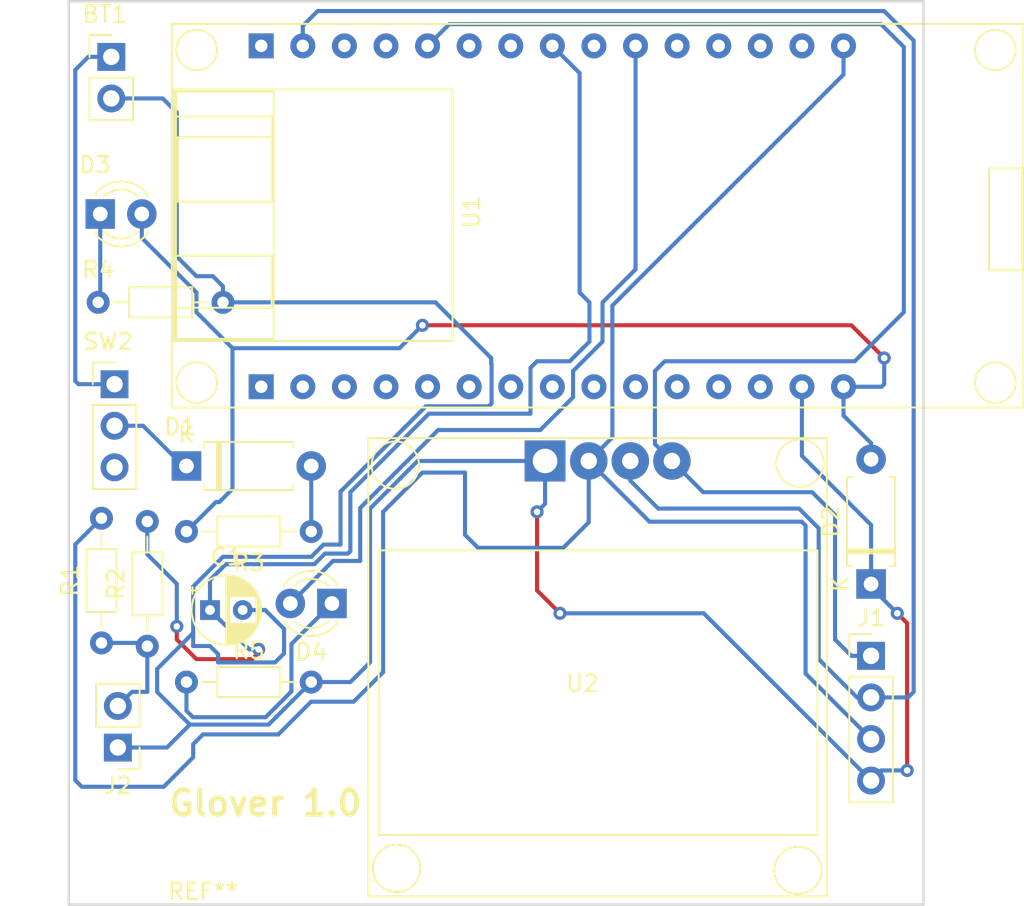
<source format=kicad_pcb>
(kicad_pcb (version 20211014) (generator pcbnew)
  (layers (0 "F.Cu" signal) (31 "B.Cu" signal) (34 "B.Paste" user) (35 "F.Paste" user) (36 "B.SilkS" user "B.Silkscreen") (37 "F.SilkS" user "F.Silkscreen") (38 "B.Mask" user) (39 "F.Mask" user) (44 "Edge.Cuts" user))
  (net 0 "")
  (net 1 "Net-(BT1-Pad1)")
  (net 2 "GND")
  (net 3 "ACTIVATE_BUTTON")
  (net 4 "Net-(D1-Pad1)")
  (net 5 "Net-(D1-Pad2)")
  (net 6 "3V7")
  (net 7 "Net-(D3-Pad1)")
  (net 8 "Net-(D4-Pad1)")
  (net 9 "BLINKER")
  (net 10 "SDA")
  (net 11 "SCL")
  (net 12 "3V3")
  (net 13 "Net-(R1-Pad1)")
  (footprint "Connector_PinHeader_2.54mm:PinHeader_1x04_P2.54mm_Vertical" (layer "F.Cu") (at 153 61.4)
    (fp_text reference "J1" (at 0 -2.33) (layer "F.SilkS"))
    (fp_text value "IMU")
    (fp_line (start -1.33 0) (end -1.33 -1.33) (layer "F.SilkS") (width 0.12))
    (fp_line (start 1.33 1.27) (end 1.33 8.95) (layer "F.SilkS") (width 0.12))
    (fp_line (start -1.33 8.95) (end 1.33 8.95) (layer "F.SilkS") (width 0.12))
    (fp_line (start -1.33 1.27) (end 1.33 1.27) (layer "F.SilkS") (width 0.12))
    (fp_line (start -1.33 -1.33) (end 0 -1.33) (layer "F.SilkS") (width 0.12))
    (fp_line (start -1.33 1.27) (end -1.33 8.95) (layer "F.SilkS") (width 0.12))
    (pad "1" thru_hole rect (at 0 0) (size 1.7 1.7) (drill 1) (layers *.Cu *.Mask) (net 10 "SDA"))
    (pad "2" thru_hole oval (at 0 2.54) (size 1.7 1.7) (drill 1) (layers *.Cu *.Mask) (net 11 "SCL"))
    (pad "3" thru_hole oval (at 0 5.08) (size 1.7 1.7) (drill 1) (layers *.Cu *.Mask) (net 12 "3V3"))
    (pad "4" thru_hole oval (at 0 7.62) (size 1.7 1.7) (drill 1) (layers *.Cu *.Mask) (net 2 "GND"))
  )
  (footprint "MountingHole:MountingHole_3mm" (layer "F.Cu") (at 107.4 73.2)
    (fp_text reference "REF**" (at 4.8 2.6) (layer "F.SilkS"))
    (fp_text value "MountingHole_3mm")
    (pad "" np_thru_hole circle (at 0 0) (size 3 3) (drill 3) (layers *.Cu *.Mask))
  )
  (footprint "custom-footprints:SSD1306_OLED_SCREEN" (layer "F.Cu") (at 122.295 48.095)
    (fp_text reference "U2" (at 13.081 14.986 unlocked) (layer "F.SilkS"))
    (fp_text value "SSD1306_OLED_SCREEN")
    (fp_rect (start 0 0) (end 28 28) (layer "F.SilkS") (width 0.12) (fill none))
    (fp_rect (start 0.635 6.858) (end 27.432 24.257) (layer "F.SilkS") (width 0.12) (fill none))
    (fp_circle (center 1.726978 26.289) (end 2.615978 27.432) (layer "F.SilkS") (width 0.12) (fill none))
    (fp_circle (center 26.237978 26.416) (end 27.126978 27.559) (layer "F.SilkS") (width 0.12) (fill none))
    (fp_circle (center 1.651 1.651) (end 2.54 2.794) (layer "F.SilkS") (width 0.12) (fill none))
    (fp_circle (center 26.364978 1.524) (end 27.253978 2.667) (layer "F.SilkS") (width 0.12) (fill none))
    (pad "1" thru_hole rect (at 10.795 1.397) (size 2.5 2.5) (drill 1.5) (layers *.Cu *.Mask) (net 2 "GND"))
    (pad "2" thru_hole circle (at 13.462 1.397) (size 2.286 2.286) (drill 1) (layers *.Cu *.Mask) (net 12 "3V3"))
    (pad "3" thru_hole circle (at 16.002 1.397) (size 2.286 2.286) (drill 1) (layers *.Cu *.Mask) (net 11 "SCL"))
    (pad "4" thru_hole circle (at 18.542 1.397) (size 2.286 2.286) (drill 1) (layers *.Cu *.Mask) (net 10 "SDA"))
  )
  (footprint "Connector_PinHeader_2.54mm:PinHeader_1x02_P2.54mm_Vertical" (layer "F.Cu") (at 106.6 24.8)
    (fp_text reference "BT1" (at -0.4 -2.6) (layer "F.SilkS"))
    (fp_text value "Battery")
    (fp_line (start -1.33 3.87) (end 1.33 3.87) (layer "F.SilkS") (width 0.12))
    (fp_line (start 1.33 1.27) (end 1.33 3.87) (layer "F.SilkS") (width 0.12))
    (fp_line (start -1.33 1.27) (end -1.33 3.87) (layer "F.SilkS") (width 0.12))
    (fp_line (start -1.33 1.27) (end 1.33 1.27) (layer "F.SilkS") (width 0.12))
    (fp_line (start -1.33 0) (end -1.33 -1.33) (layer "F.SilkS") (width 0.12))
    (fp_line (start -1.33 -1.33) (end 0 -1.33) (layer "F.SilkS") (width 0.12))
    (pad "1" thru_hole rect (at 0 0) (size 1.7 1.7) (drill 1) (layers *.Cu *.Mask) (net 1 "Net-(BT1-Pad1)"))
    (pad "2" thru_hole oval (at 0 2.54) (size 1.7 1.7) (drill 1) (layers *.Cu *.Mask) (net 2 "GND"))
  )
  (footprint "Resistor_THT:R_Axial_DIN0204_L3.6mm_D1.6mm_P7.62mm_Horizontal" (layer "F.Cu") (at 108.8 60.81 90)
    (fp_text reference "R2" (at 3.81 -1.92 90) (layer "F.SilkS"))
    (fp_text value "1K")
    (fp_line (start 1.89 0.92) (end 5.73 0.92) (layer "F.SilkS") (width 0.12))
    (fp_line (start 5.73 0.92) (end 5.73 -0.92) (layer "F.SilkS") (width 0.12))
    (fp_line (start 6.68 0) (end 5.73 0) (layer "F.SilkS") (width 0.12))
    (fp_line (start 0.94 0) (end 1.89 0) (layer "F.SilkS") (width 0.12))
    (fp_line (start 5.73 -0.92) (end 1.89 -0.92) (layer "F.SilkS") (width 0.12))
    (fp_line (start 1.89 -0.92) (end 1.89 0.92) (layer "F.SilkS") (width 0.12))
    (pad "1" thru_hole circle (at 0 0 90) (size 1.4 1.4) (drill 0.7) (layers *.Cu *.Mask) (net 13 "Net-(R1-Pad1)"))
    (pad "2" thru_hole oval (at 7.62 0 90) (size 1.4 1.4) (drill 0.7) (layers *.Cu *.Mask) (net 3 "ACTIVATE_BUTTON"))
  )
  (footprint "Diode_THT:D_A-405_P7.62mm_Horizontal" (layer "F.Cu") (at 153 57.01 90)
    (fp_text reference "D2" (at 3.81 -2.47 90) (layer "F.SilkS"))
    (fp_text value "D_Zener")
    (fp_text user "K" (at 0 -1.9 90) (layer "F.SilkS"))
    (fp_line (start 6.53 -1.47) (end 6.53 -1.14) (layer "F.SilkS") (width 0.12))
    (fp_line (start 1.09 1.47) (end 6.53 1.47) (layer "F.SilkS") (width 0.12))
    (fp_line (start 6.53 1.47) (end 6.53 1.14) (layer "F.SilkS") (width 0.12))
    (fp_line (start 1.09 -1.14) (end 1.09 -1.47) (layer "F.SilkS") (width 0.12))
    (fp_line (start 1.99 -1.47) (end 1.99 1.47) (layer "F.SilkS") (width 0.12))
    (fp_line (start 1.87 -1.47) (end 1.87 1.47) (layer "F.SilkS") (width 0.12))
    (fp_line (start 2.11 -1.47) (end 2.11 1.47) (layer "F.SilkS") (width 0.12))
    (fp_line (start 1.09 -1.47) (end 6.53 -1.47) (layer "F.SilkS") (width 0.12))
    (fp_line (start 1.09 1.14) (end 1.09 1.47) (layer "F.SilkS") (width 0.12))
    (pad "1" thru_hole rect (at 0 0 90) (size 1.8 1.8) (drill 0.9) (layers *.Cu *.Mask) (net 2 "GND"))
    (pad "2" thru_hole oval (at 7.62 0 90) (size 1.8 1.8) (drill 0.9) (layers *.Cu *.Mask) (net 6 "3V7"))
  )
  (footprint "custom-footprints:ESP32_DEVKIT" (layer "F.Cu") (at 110.295 46.225 90)
    (fp_text reference "U1" (at 11.938 18.312 90 unlocked) (layer "F.SilkS"))
    (fp_text value "ESP32_DEVKIT")
    (fp_rect (start 0 0) (end 23.44 52) (layer "F.SilkS") (width 0.12) (fill none))
    (fp_rect (start 8.382 51.943) (end 14.605 49.911) (layer "F.SilkS") (width 0.12) (fill none))
    (fp_rect (start 4.191 0.254) (end 19.304 6.223) (layer "F.SilkS") (width 0.12) (fill none))
    (fp_rect (start 6.096 0.254) (end 9.271 6.096) (layer "F.SilkS") (width 0.12) (fill none))
    (fp_rect (start 16.51 0.254) (end 17.78 6.096) (layer "F.SilkS") (width 0.12) (fill none))
    (fp_rect (start 12.573 0.381) (end 16.51 6.096) (layer "F.SilkS") (width 0.12) (fill none))
    (fp_rect (start 4.064 0.127) (end 19.431 17.145) (layer "F.SilkS") (width 0.12) (fill none))
    (fp_circle (center 21.844 50.292) (end 20.98181 51.181) (layer "F.SilkS") (width 0.12) (fill none))
    (fp_circle (center 21.844 1.524) (end 20.98181 2.413) (layer "F.SilkS") (width 0.12) (fill none))
    (fp_circle (center 1.524 50.292) (end 0.66181 51.181) (layer "F.SilkS") (width 0.12) (fill none))
    (fp_circle (center 1.524 1.524) (end 0.66181 2.413) (layer "F.SilkS") (width 0.12) (fill none))
    (pad "1" thru_hole circle (at 1.27 38.481 90) (size 1.524 1.524) (drill 0.762) (layers *.Cu *.Mask) (net 2 "GND"))
    (pad "2" thru_hole rect (at 1.27 5.461 90) (size 1.524 1.524) (drill oval 0.762) (layers *.Cu *.Mask))
    (pad "3" thru_hole circle (at 1.27 8.001 90) (size 1.524 1.524) (drill 0.762) (layers *.Cu *.Mask))
    (pad "4" thru_hole circle (at 1.27 10.541 90) (size 1.524 1.524) (drill 0.762) (layers *.Cu *.Mask))
    (pad "5" thru_hole circle (at 1.27 13.081 90) (size 1.524 1.524) (drill 0.762) (layers *.Cu *.Mask))
    (pad "6" thru_hole circle (at 1.27 15.621 90) (size 1.524 1.524) (drill 0.762) (layers *.Cu *.Mask))
    (pad "7" thru_hole circle (at 1.27 18.161 90) (size 1.524 1.524) (drill 0.762) (layers *.Cu *.Mask))
    (pad "8" thru_hole circle (at 1.27 20.701 90) (size 1.524 1.524) (drill 0.762) (layers *.Cu *.Mask))
    (pad "9" thru_hole circle (at 1.27 23.241 90) (size 1.524 1.524) (drill 0.762) (layers *.Cu *.Mask))
    (pad "10" thru_hole circle (at 1.27 25.781 90) (size 1.524 1.524) (drill 0.762) (layers *.Cu *.Mask))
    (pad "11" thru_hole circle (at 1.27 28.321 90) (size 1.524 1.524) (drill 0.762) (layers *.Cu *.Mask))
    (pad "12" thru_hole circle (at 1.27 30.861 90) (size 1.524 1.524) (drill 0.762) (layers *.Cu *.Mask))
    (pad "13" thru_hole circle (at 1.27 33.401 90) (size 1.524 1.524) (drill 0.762) (layers *.Cu *.Mask))
    (pad "14" thru_hole circle (at 1.27 35.941 90) (size 1.524 1.524) (drill 0.762) (layers *.Cu *.Mask))
    (pad "16" thru_hole circle (at 1.27 41.021 90) (size 1.524 1.524) (drill 0.762) (layers *.Cu *.Mask) (net 6 "3V7"))
    (pad "24" thru_hole circle (at 22.098 41.021 90) (size 1.524 1.524) (drill 0.762) (layers *.Cu *.Mask) (net 12 "3V3"))
    (pad "25" thru_hole circle (at 22.098 38.481 90) (size 1.524 1.524) (drill 0.762) (layers *.Cu *.Mask))
    (pad "26" thru_hole circle (at 22.098 35.941 90) (size 1.524 1.524) (drill 0.762) (layers *.Cu *.Mask))
    (pad "27" thru_hole circle (at 22.098 33.401 90) (size 1.524 1.524) (drill 0.762) (layers *.Cu *.Mask))
    (pad "28" thru_hole circle (at 22.098 30.861 90) (size 1.524 1.524) (drill 0.762) (layers *.Cu *.Mask))
    (pad "29" thru_hole circle (at 22.098 28.321 90) (size 1.524 1.524) (drill 0.762) (layers *.Cu *.Mask) (net 9 "BLINKER"))
    (pad "30" thru_hole circle (at 22.098 25.781 90) (size 1.524 1.524) (drill 0.762) (layers *.Cu *.Mask))
    (pad "31" thru_hole circle (at 22.098 23.241 90) (size 1.524 1.524) (drill 0.762) (layers *.Cu *.Mask) (net 3 "ACTIVATE_BUTTON"))
    (pad "32" thru_hole circle (at 22.098 20.701 90) (size 1.524 1.524) (drill 0.762) (layers *.Cu *.Mask))
    (pad "33" thru_hole circle (at 22.098 18.161 90) (size 1.524 1.524) (drill 0.762) (layers *.Cu *.Mask))
    (pad "34" thru_hole circle (at 22.098 15.621 90) (size 1.524 1.524) (drill 0.762) (layers *.Cu *.Mask) (net 10 "SDA"))
    (pad "35" thru_hole circle (at 22.098 13.081 90) (size 1.524 1.524) (drill 0.762) (layers *.Cu *.Mask))
    (pad "36" thru_hole circle (at 22.098 10.541 90) (size 1.524 1.524) (drill 0.762) (layers *.Cu *.Mask))
    (pad "37" thru_hole circle (at 22.098 8.001 90) (size 1.524 1.524) (drill 0.762) (layers *.Cu *.Mask) (net 11 "SCL"))
    (pad "38" thru_hole rect (at 22.098 5.461 90) (size 1.524 1.524) (drill 0.762) (layers *.Cu *.Mask))
  )
  (footprint "Resistor_THT:R_Axial_DIN0204_L3.6mm_D1.6mm_P7.62mm_Horizontal" (layer "F.Cu") (at 118.81 53.8 180)
    (fp_text reference "R3" (at 3.81 -1.92) (layer "F.SilkS"))
    (fp_text value "100R")
    (fp_line (start 6.68 0) (end 5.73 0) (layer "F.SilkS") (width 0.12))
    (fp_line (start 1.89 -0.92) (end 1.89 0.92) (layer "F.SilkS") (width 0.12))
    (fp_line (start 5.73 -0.92) (end 1.89 -0.92) (layer "F.SilkS") (width 0.12))
    (fp_line (start 1.89 0.92) (end 5.73 0.92) (layer "F.SilkS") (width 0.12))
    (fp_line (start 0.94 0) (end 1.89 0) (layer "F.SilkS") (width 0.12))
    (fp_line (start 5.73 0.92) (end 5.73 -0.92) (layer "F.SilkS") (width 0.12))
    (pad "1" thru_hole circle (at 0 0 180) (size 1.4 1.4) (drill 0.7) (layers *.Cu *.Mask) (net 5 "Net-(D1-Pad2)"))
    (pad "2" thru_hole oval (at 7.62 0 180) (size 1.4 1.4) (drill 0.7) (layers *.Cu *.Mask) (net 6 "3V7"))
  )
  (footprint "Resistor_THT:R_Axial_DIN0204_L3.6mm_D1.6mm_P7.62mm_Horizontal" (layer "F.Cu") (at 105.8 39.8)
    (fp_text reference "R4" (at 0 -2) (layer "F.SilkS"))
    (fp_text value "100R")
    (fp_line (start 0.94 0) (end 1.89 0) (layer "F.SilkS") (width 0.12))
    (fp_line (start 5.73 0.92) (end 5.73 -0.92) (layer "F.SilkS") (width 0.12))
    (fp_line (start 1.89 -0.92) (end 1.89 0.92) (layer "F.SilkS") (width 0.12))
    (fp_line (start 6.68 0) (end 5.73 0) (layer "F.SilkS") (width 0.12))
    (fp_line (start 5.73 -0.92) (end 1.89 -0.92) (layer "F.SilkS") (width 0.12))
    (fp_line (start 1.89 0.92) (end 5.73 0.92) (layer "F.SilkS") (width 0.12))
    (pad "1" thru_hole circle (at 0 0) (size 1.4 1.4) (drill 0.7) (layers *.Cu *.Mask) (net 7 "Net-(D3-Pad1)"))
    (pad "2" thru_hole oval (at 7.62 0) (size 1.4 1.4) (drill 0.7) (layers *.Cu *.Mask) (net 2 "GND"))
  )
  (footprint "Capacitor_THT:CP_Radial_D4.0mm_P2.00mm" (layer "F.Cu") (at 112.627401 58.6)
    (fp_text reference "C1" (at 1 -3.25) (layer "F.SilkS"))
    (fp_text value "1uF")
    (fp_line (start 1.48 -2.025) (end 1.48 -0.84) (layer "F.SilkS") (width 0.12))
    (fp_line (start 1.921 0.84) (end 1.921 1.87) (layer "F.SilkS") (width 0.12))
    (fp_line (start 1.64 0.84) (end 1.64 1.982) (layer "F.SilkS") (width 0.12))
    (fp_line (start 1.961 0.84) (end 1.961 1.851) (layer "F.SilkS") (width 0.12))
    (fp_line (start 1.68 0.84) (end 1.68 1.968) (layer "F.SilkS") (width 0.12))
    (fp_line (start -1.069801 -1.395) (end -1.069801 -0.995) (layer "F.SilkS") (width 0.12))
    (fp_line (start 2.441 0.84) (end 2.441 1.516) (layer "F.SilkS") (width 0.12))
    (fp_line (start 1.841 -1.907) (end 1.841 -0.84) (layer "F.SilkS") (width 0.12))
    (fp_line (start 1.28 0.84) (end 1.28 2.062) (layer "F.SilkS") (width 0.12))
    (fp_line (start 2.801 -1.08) (end 2.801 -0.84) (layer "F.SilkS") (width 0.12))
    (fp_line (start 2.161 0.84) (end 2.161 1.735) (layer "F.SilkS") (width 0.12))
    (fp_line (start 2.601 0.84) (end 2.601 1.351) (layer "F.SilkS") (width 0.12))
    (fp_line (start -1.269801 -1.195) (end -0.869801 -1.195) (layer "F.SilkS") (width 0.12))
    (fp_line (start 1.64 -1.982) (end 1.64 -0.84) (layer "F.SilkS") (width 0.12))
    (fp_line (start 1.68 -1.968) (end 1.68 -0.84) (layer "F.SilkS") (width 0.12))
    (fp_line (start 2.241 -1.68) (end 2.241 -0.84) (layer "F.SilkS") (width 0.12))
    (fp_line (start 1.4 -2.042) (end 1.4 -0.84) (layer "F.SilkS") (width 0.12))
    (fp_line (start 2.001 -1.83) (end 2.001 -0.84) (layer "F.SilkS") (width 0.12))
    (fp_line (start 1.28 -2.062) (end 1.28 -0.84) (layer "F.SilkS") (width 0.12))
    (fp_line (start 2.841 -1.013) (end 2.841 1.013) (layer "F.SilkS") (width 0.12))
    (fp_line (start 1.6 -1.994) (end 1.6 -0.84) (layer "F.SilkS") (width 0.12))
    (fp_line (start 1.52 0.84) (end 1.52 2.016) (layer "F.SilkS") (width 0.12))
    (fp_line (start 2.401 -1.552) (end 2.401 -0.84) (layer "F.SilkS") (width 0.12))
    (fp_line (start 2.321 0.84) (end 2.321 1.619) (layer "F.SilkS") (width 0.12))
    (fp_line (start 2.521 -1.438) (end 2.521 -0.84) (layer "F.SilkS") (width 0.12))
    (fp_line (start 1.761 0.84) (end 1.761 1.94) (layer "F.SilkS") (width 0.12))
    (fp_line (start 2.481 -1.478) (end 2.481 -0.84) (layer "F.SilkS") (width 0.12))
    (fp_line (start 3.081 -0.37) (end 3.081 0.37) (layer "F.SilkS") (width 0.12))
    (fp_line (start 1.52 -2.016) (end 1.52 -0.84) (layer "F.SilkS") (width 0.12))
    (fp_line (start 2.761 -1.142) (end 2.761 -0.84) (layer "F.SilkS") (width 0.12))
    (fp_line (start 1 -2.08) (end 1 2.08) (layer "F.SilkS") (width 0.12))
    (fp_line (start 2.041 0.84) (end 2.041 1.808) (layer "F.SilkS") (width 0.12))
    (fp_line (start 2.921 -0.859) (end 2.921 0.859) (layer "F.SilkS") (width 0.12))
    (fp_line (start 1.921 -1.87) (end 1.921 -0.84) (layer "F.SilkS") (width 0.12))
    (fp_line (start 1.801 0.84) (end 1.801 1.924) (layer "F.SilkS") (width 0.12))
    (fp_line (start 2.201 0.84) (end 2.201 1.708) (layer "F.SilkS") (width 0.12))
    (fp_line (start 1.961 -1.851) (end 1.961 -0.84) (layer "F.SilkS") (width 0.12))
    (fp_line (start 2.961 -0.768) (end 2.961 0.768) (layer "F.SilkS") (width 0.12))
    (fp_line (start 2.481 0.84) (end 2.481 1.478) (layer "F.SilkS") (width 0.12))
    (fp_line (start 2.801 0.84) (end 2.801 1.08) (layer "F.SilkS") (width 0.12))
    (fp_line (start 3.001 -0.664) (end 3.001 0.664) (layer "F.SilkS") (width 0.12))
    (fp_line (start 1.56 0.84) (end 1.56 2.005) (layer "F.SilkS") (width 0.12))
    (fp_line (start 1.56 -2.005) (end 1.56 -0.84) (layer "F.SilkS") (width 0.12))
    (fp_line (start 2.361 0.84) (end 2.361 1.587) (layer "F.SilkS") (width 0.12))
    (fp_line (start 2.441 -1.516) (end 2.441 -0.84) (layer "F.SilkS") (width 0.12))
    (fp_line (start 2.681 -1.254) (end 2.681 -0.84) (layer "F.SilkS") (width 0.12))
    (fp_line (start 1.16 -2.074) (end 1.16 2.074) (layer "F.SilkS") (width 0.12))
    (fp_line (start 1.32 0.84) (end 1.32 2.056) (layer "F.SilkS") (width 0.12))
    (fp_line (start 3.041 -0.537) (end 3.041 0.537) (layer "F.SilkS") (width 0.12))
    (fp_line (start 2.081 0.84) (end 2.081 1.785) (layer "F.SilkS") (width 0.12))
    (fp_line (start 1.841 0.84) (end 1.841 1.907) (layer "F.SilkS") (width 0.12))
    (fp_line (start 2.761 0.84) (end 2.761 1.142) (layer "F.SilkS") (width 0.12))
    (fp_line (start 2.681 0.84) (end 2.681 1.254) (layer "F.SilkS") (width 0.12))
    (fp_line (start 1.721 -1.954) (end 1.721 -0.84) (layer "F.SilkS") (width 0.12))
    (fp_line (start 2.121 0.84) (end 2.121 1.76) (layer "F.SilkS") (width 0.12))
    (fp_line (start 1.04 -2.08) (end 1.04 2.08) (layer "F.SilkS") (width 0.12))
    (fp_line (start 2.161 -1.735) (end 2.161 -0.84) (layer "F.SilkS") (width 0.12))
    (fp_line (start 1.881 -1.889) (end 1.881 -0.84) (layer "F.SilkS") (width 0.12))
    (fp_line (start 2.241 0.84) (end 2.241 1.68) (layer "F.SilkS") (width 0.12))
    (fp_line (start 2.321 -1.619) (end 2.321 -0.84) (layer "F.SilkS") (width 0.12))
    (fp_line (start 1.12 -2.077) (end 1.12 2.077) (layer "F.SilkS") (width 0.12))
    (fp_line (start 2.281 0.84) (end 2.281 1.65) (layer "F.SilkS") (width 0.12))
    (fp_line (start 2.281 -1.65) (end 2.281 -0.84) (layer "F.SilkS") (width 0.12))
    (fp_line (start 1.6 0.84) (end 1.6 1.994) (layer "F.SilkS") (width 0.12))
    (fp_line (start 2.001 0.84) (end 2.001 1.83) (layer "F.SilkS") (width 0.12))
    (fp_line (start 2.521 0.84) (end 2.521 1.438) (layer "F.SilkS") (width 0.12))
    (fp_line (start 1.24 0.84) (end 1.24 2.067) (layer "F.SilkS") (width 0.12))
    (fp_line (start 1.32 -2.056) (end 1.32 -0.84) (layer "F.SilkS") (width 0.12))
    (fp_line (start 1.36 0.84) (end 1.36 2.05) (layer "F.SilkS") (width 0.12))
    (fp_line (start 1.44 -2.034) (end 1.44 -0.84) (layer "F.SilkS") (width 0.12))
    (fp_line (start 2.361 -1.587) (end 2.361 -0.84) (layer "F.SilkS") (width 0.12))
    (fp_line (start 1.881 0.84) (end 1.881 1.889) (layer "F.SilkS") (width 0.12))
    (fp_line (start 1.721 0.84) (end 1.721 1.954) (layer "F.SilkS") (width 0.12))
    (fp_line (start 2.641 -1.304) (end 2.641 -0.84) (layer "F.SilkS") (width 0.12))
    (fp_line (start 1.2 0.84) (end 1.2 2.071) (layer "F.SilkS") (width 0.12))
    (fp_line (start 1.801 -1.924) (end 1.801 -0.84) (layer "F.SilkS") (width 0.12))
    (fp_line (start 2.601 -1.351) (end 2.601 -0.84) (layer "F.SilkS") (width 0.12))
    (fp_line (start 2.401 0.84) (end 2.401 1.552) (layer "F.SilkS") (width 0.12))
    (fp_line (start 2.721 0.84) (end 2.721 1.2) (layer "F.SilkS") (width 0.12))
    (fp_line (start 1.24 -2.067) (end 1.24 -0.84) (layer "F.SilkS") (width 0.12))
    (fp_line (start 1.48 0.84) (end 1.48 2.025) (layer "F.SilkS") (width 0.12))
    (fp_line (start 2.721 -1.2) (end 2.721 -0.84) (layer "F.SilkS") (width 0.12))
    (fp_line (start 2.881 -0.94) (end 2.881 0.94) (layer "F.SilkS") (width 0.12))
    (fp_line (start 2.201 -1.708) (end 2.201 -0.84) (layer "F.SilkS") (width 0.12))
    (fp_line (start 1.44 0.84) (end 1.44 2.034) (layer "F.SilkS") (width 0.12))
    (fp_line (start 1.4 0.84) (end 1.4 2.042) (layer "F.SilkS") (width 0.12))
    (fp_line (start 1.761 -1.94) (end 1.761 -0.84) (layer "F.SilkS") (width 0.12))
    (fp_line (start 2.561 0.84) (end 2.561 1.396) (layer "F.SilkS") (width 0.12))
    (fp_line (start 2.041 -1.808) (end 2.041 -0.84) (layer "F.SilkS") (width 0.12))
    (fp_line (start 1.36 -2.05) (end 1.36 -0.84) (layer "F.SilkS") (width 0.12))
    (fp_line (start 2.641 0.84) (end 2.641 1.304) (layer "F.SilkS") (width 0.12))
    (fp_line (start 2.561 -1.396) (end 2.561 -0.84) (layer "F.SilkS") (width 0.12))
    (fp_line (start 2.081 -1.785) (end 2.081 -0.84) (layer "F.SilkS") (width 0.12))
    (fp_line (start 2.121 -1.76) (end 2.121 -0.84) (layer "F.SilkS") (width 0.12))
    (fp_line (start 1.08 -2.079) (end 1.08 2.079) (layer "F.SilkS") (width 0.12))
    (fp_line (start 1.2 -2.071) (end 1.2 -0.84) (layer "F.SilkS") (width 0.12))
    (fp_circle (center 1 0) (end 3.12 0) (layer "F.SilkS") (width 0.12) (fill none))
    (pad "1" thru_hole rect (at 0 0) (size 1.2 1.2) (drill 0.6) (layers *.Cu *.Mask) (net 3 "ACTIVATE_BUTTON"))
    (pad "2" thru_hole circle (at 2 0) (size 1.2 1.2) (drill 0.6) (layers *.Cu *.Mask) (net 2 "GND"))
  )
  (footprint "Resistor_THT:R_Axial_DIN0204_L3.6mm_D1.6mm_P7.62mm_Horizontal" (layer "F.Cu") (at 111.19 63)
    (fp_text reference "R5" (at 3.81 -1.92) (layer "F.SilkS"))
    (fp_text value "100R")
    (fp_line (start 6.68 0) (end 5.73 0) (layer "F.SilkS") (width 0.12))
    (fp_line (start 5.73 -0.92) (end 1.89 -0.92) (layer "F.SilkS") (width 0.12))
    (fp_line (start 0.94 0) (end 1.89 0) (layer "F.SilkS") (width 0.12))
    (fp_line (start 1.89 0.92) (end 5.73 0.92) (layer "F.SilkS") (width 0.12))
    (fp_line (start 1.89 -0.92) (end 1.89 0.92) (layer "F.SilkS") (width 0.12))
    (fp_line (start 5.73 0.92) (end 5.73 -0.92) (layer "F.SilkS") (width 0.12))
    (pad "1" thru_hole circle (at 0 0) (size 1.4 1.4) (drill 0.7) (layers *.Cu *.Mask) (net 8 "Net-(D4-Pad1)"))
    (pad "2" thru_hole oval (at 7.62 0) (size 1.4 1.4) (drill 0.7) (layers *.Cu *.Mask) (net 2 "GND"))
  )
  (footprint "LED_THT:LED_D3.0mm" (layer "F.Cu") (at 120.075 58.2 180)
    (fp_text reference "D4" (at 1.27 -2.96) (layer "F.SilkS"))
    (fp_text value "LED")
    (fp_line (start -0.29 -1.236) (end -0.29 -1.08) (layer "F.SilkS") (width 0.12))
    (fp_line (start -0.29 1.08) (end -0.29 1.236) (layer "F.SilkS") (width 0.12))
    (fp_arc (start -0.29 -1.235516) (mid 1.366487 -1.987659) (end 2.942335 -1.078608) (layer "F.SilkS") (width 0.12))
    (fp_arc (start 2.31113 1.079837) (mid 1.270117 1.5) (end 0.229039 1.08) (layer "F.SilkS") (width 0.12))
    (fp_arc (start 0.229039 -1.08) (mid 1.270117 -1.5) (end 2.31113 -1.079837) (layer "F.SilkS") (width 0.12))
    (fp_arc (start 2.942335 1.078608) (mid 1.366487 1.987659) (end -0.29 1.235516) (layer "F.SilkS") (width 0.12))
    (pad "1" thru_hole rect (at 0 0 180) (size 1.8 1.8) (drill 0.9) (layers *.Cu *.Mask) (net 8 "Net-(D4-Pad1)"))
    (pad "2" thru_hole circle (at 2.54 0 180) (size 1.8 1.8) (drill 0.9) (layers *.Cu *.Mask) (net 9 "BLINKER"))
  )
  (footprint "Resistor_THT:R_Axial_DIN0204_L3.6mm_D1.6mm_P7.62mm_Horizontal" (layer "F.Cu") (at 106 60.61 90)
    (fp_text reference "R1" (at 3.81 -1.92 90) (layer "F.SilkS"))
    (fp_text value "10K")
    (fp_line (start 6.68 0) (end 5.73 0) (layer "F.SilkS") (width 0.12))
    (fp_line (start 1.89 0.92) (end 5.73 0.92) (layer "F.SilkS") (width 0.12))
    (fp_line (start 1.89 -0.92) (end 1.89 0.92) (layer "F.SilkS") (width 0.12))
    (fp_line (start 0.94 0) (end 1.89 0) (layer "F.SilkS") (width 0.12))
    (fp_line (start 5.73 0.92) (end 5.73 -0.92) (layer "F.SilkS") (width 0.12))
    (fp_line (start 5.73 -0.92) (end 1.89 -0.92) (layer "F.SilkS") (width 0.12))
    (pad "1" thru_hole circle (at 0 0 90) (size 1.4 1.4) (drill 0.7) (layers *.Cu *.Mask) (net 13 "Net-(R1-Pad1)"))
    (pad "2" thru_hole oval (at 7.62 0 90) (size 1.4 1.4) (drill 0.7) (layers *.Cu *.Mask) (net 12 "3V3"))
  )
  (footprint "Connector_PinHeader_2.54mm:PinHeader_1x03_P2.54mm_Vertical" (layer "F.Cu") (at 106.8 44.8)
    (fp_text reference "SW2" (at -0.4 -2.6) (layer "F.SilkS"))
    (fp_text value "SW_SPST")
    (fp_line (start 1.33 1.27) (end 1.33 6.41) (layer "F.SilkS") (width 0.12))
    (fp_line (start -1.33 6.41) (end 1.33 6.41) (layer "F.SilkS") (width 0.12))
    (fp_line (start -1.33 1.27) (end 1.33 1.27) (layer "F.SilkS") (width 0.12))
    (fp_line (start -1.33 1.27) (end -1.33 6.41) (layer "F.SilkS") (width 0.12))
    (fp_line (start -1.33 0) (end -1.33 -1.33) (layer "F.SilkS") (width 0.12))
    (fp_line (start -1.33 -1.33) (end 0 -1.33) (layer "F.SilkS") (width 0.12))
    (pad "1" thru_hole rect (at 0 0) (size 1.7 1.7) (drill 1) (layers *.Cu *.Mask) (net 1 "Net-(BT1-Pad1)"))
    (pad "2" thru_hole oval (at 0 2.54) (size 1.7 1.7) (drill 1) (layers *.Cu *.Mask) (net 4 "Net-(D1-Pad1)"))
    (pad "3" thru_hole oval (at 0 5.08) (size 1.7 1.7) (drill 1) (layers *.Cu *.Mask))
  )
  (footprint "Diode_THT:D_A-405_P7.62mm_Horizontal" (layer "F.Cu") (at 111.19 49.8)
    (fp_text reference "D1" (at -0.39 -2.4) (layer "F.SilkS"))
    (fp_text value "DIODE")
    (fp_text user "K" (at 0 -1.9) (layer "F.SilkS"))
    (fp_line (start 1.99 -1.47) (end 1.99 1.47) (layer "F.SilkS") (width 0.12))
    (fp_line (start 1.09 -1.14) (end 1.09 -1.47) (layer "F.SilkS") (width 0.12))
    (fp_line (start 6.53 1.47) (end 6.53 1.14) (layer "F.SilkS") (width 0.12))
    (fp_line (start 6.53 -1.47) (end 6.53 -1.14) (layer "F.SilkS") (width 0.12))
    (fp_line (start 1.87 -1.47) (end 1.87 1.47) (layer "F.SilkS") (width 0.12))
    (fp_line (start 1.09 1.14) (end 1.09 1.47) (layer "F.SilkS") (width 0.12))
    (fp_line (start 1.09 1.47) (end 6.53 1.47) (layer "F.SilkS") (width 0.12))
    (fp_line (start 1.09 -1.47) (end 6.53 -1.47) (layer "F.SilkS") (width 0.12))
    (fp_line (start 2.11 -1.47) (end 2.11 1.47) (layer "F.SilkS") (width 0.12))
    (pad "1" thru_hole rect (at 0 0) (size 1.8 1.8) (drill 0.9) (layers *.Cu *.Mask) (net 4 "Net-(D1-Pad1)"))
    (pad "2" thru_hole oval (at 7.62 0) (size 1.8 1.8) (drill 0.9) (layers *.Cu *.Mask) (net 5 "Net-(D1-Pad2)"))
  )
  (footprint "LED_THT:LED_D3.0mm" (layer "F.Cu") (at 105.925 34.4)
    (fp_text reference "D3" (at -0.325 -3) (layer "F.SilkS"))
    (fp_text value "LED")
    (fp_line (start -0.29 -1.236) (end -0.29 -1.08) (layer "F.SilkS") (width 0.12))
    (fp_line (start -0.29 1.08) (end -0.29 1.236) (layer "F.SilkS") (width 0.12))
    (fp_arc (start 0.229039 -1.08) (mid 1.270117 -1.5) (end 2.31113 -1.079837) (layer "F.SilkS") (width 0.12))
    (fp_arc (start 2.942335 1.078608) (mid 1.366487 1.987659) (end -0.29 1.235516) (layer "F.SilkS") (width 0.12))
    (fp_arc (start 2.31113 1.079837) (mid 1.270117 1.5) (end 0.229039 1.08) (layer "F.SilkS") (width 0.12))
    (fp_arc (start -0.29 -1.235516) (mid 1.366487 -1.987659) (end 2.942335 -1.078608) (layer "F.SilkS") (width 0.12))
    (pad "1" thru_hole rect (at 0 0) (size 1.8 1.8) (drill 0.9) (layers *.Cu *.Mask) (net 7 "Net-(D3-Pad1)"))
    (pad "2" thru_hole circle (at 2.54 0) (size 1.8 1.8) (drill 0.9) (layers *.Cu *.Mask) (net 6 "3V7"))
  )
  (footprint "Connector_PinHeader_2.54mm:PinHeader_1x02_P2.54mm_Vertical" (layer "F.Cu") (at 107 67 180)
    (fp_text reference "J2" (at 0 -2.33) (layer "F.SilkS"))
    (fp_text value "on/of push button")
    (fp_line (start 1.33 1.27) (end 1.33 3.87) (layer "F.SilkS") (width 0.12))
    (fp_line (start -1.33 3.87) (end 1.33 3.87) (layer "F.SilkS") (width 0.12))
    (fp_line (start -1.33 1.27) (end -1.33 3.87) (layer "F.SilkS") (width 0.12))
    (fp_line (start -1.33 0) (end -1.33 -1.33) (layer "F.SilkS") (width 0.12))
    (fp_line (start -1.33 -1.33) (end 0 -1.33) (layer "F.SilkS") (width 0.12))
    (fp_line (start -1.33 1.27) (end 1.33 1.27) (layer "F.SilkS") (width 0.12))
    (pad "1" thru_hole rect (at 0 0 180) (size 1.7 1.7) (drill 1) (layers *.Cu *.Mask) (net 2 "GND"))
    (pad "2" thru_hole oval (at 0 2.54 180) (size 1.7 1.7) (drill 1) (layers *.Cu *.Mask) (net 13 "Net-(R1-Pad1)"))
  )
  (gr_rect (start 104 21.4) (end 156.2 76.6) (layer "Edge.Cuts") (width 0.15) (fill none))
  (gr_text "Glover 1.0" (at 116 70.4) (layer "F.SilkS") (effects (font (size 1.5 1.5) (thickness 0.3))))
  (segment (start 105.2 24.8) (end 104.4 25.6) (width 0.25) (layer "B.Cu") (net 1))
  (segment (start 104.4 44.6) (end 104.6 44.8) (width 0.25) (layer "B.Cu") (net 1))
  (segment (start 104.4 25.6) (end 104.4 44.6) (width 0.25) (layer "B.Cu") (net 1))
  (segment (start 104.6 44.8) (end 106.8 44.8) (width 0.25) (layer "B.Cu") (net 1))
  (segment (start 106.6 24.8) (end 105.2 24.8) (width 0.25) (layer "B.Cu") (net 1))
  (segment (start 154.6 58.8) (end 155.2 59.4) (width 0.25) (layer "F.Cu") (net 2))
  (segment (start 155.2 59.4) (end 155.2 68.4) (width 0.25) (layer "F.Cu") (net 2))
  (segment (start 134 58.8) (end 132.6 57.4) (width 0.25) (layer "F.Cu") (net 2))
  (segment (start 132.6 57.4) (end 132.6 52.6) (width 0.25) (layer "F.Cu") (net 2))
  (via (at 134 58.8) (size 0.8) (drill 0.4) (layers "F.Cu" "B.Cu") (net 2))
  (via (at 132.6 52.6) (size 0.8) (drill 0.4) (layers "F.Cu" "B.Cu") (net 2))
  (via (at 155.2 68.4) (size 0.8) (drill 0.4) (layers "F.Cu" "B.Cu") (net 2))
  (via (at 153 69.02) (size 0.8) (drill 0.4) (layers "F.Cu" "B.Cu") (net 2))
  (via (at 154.6 58.8) (size 0.8) (drill 0.4) (layers "F.Cu" "B.Cu") (net 2))
  (segment (start 109.4 62.2) (end 111.6 60) (width 0.25) (layer "B.Cu") (net 2))
  (segment (start 133.09 49.492) (end 125.308 49.492) (width 0.25) (layer "B.Cu") (net 2))
  (segment (start 129.823069 43.576931) (end 129.823069 45.976931) (width 0.25) (layer "B.Cu") (net 2))
  (segment (start 117.15 59.75) (end 116 58.6) (width 0.25) (layer "B.Cu") (net 2))
  (segment (start 107 67) (end 110 67) (width 0.25) (layer "B.Cu") (net 2))
  (segment (start 121.2 63) (end 118.81 63) (width 0.25) (layer "B.Cu") (net 2))
  (segment (start 125.308 49.492) (end 122.4 52.4) (width 0.25) (layer "B.Cu") (net 2))
  (segment (start 111.6 60) (end 111.6 60.8) (width 0.25) (layer "B.Cu") (net 2))
  (segment (start 109.4 63.6) (end 109.4 62.2) (width 0.25) (layer "B.Cu") (net 2))
  (segment (start 153 57.01) (end 153 57.2) (width 0.25) (layer "B.Cu") (net 2))
  (segment (start 120.6 51.363604) (end 120.6 54.6) (width 0.25) (layer "B.Cu") (net 2))
  (segment (start 106.6 27.34) (end 109.74 27.34) (width 0.25) (layer "B.Cu") (net 2))
  (segment (start 118.813604 55.35) (end 113.413604 55.35) (width 0.25) (layer "B.Cu") (net 2))
  (segment (start 125.813604 46.15) (end 120.6 51.363604) (width 0.25) (layer "B.Cu") (net 2))
  (segment (start 109.74 27.34) (end 110.6 28.2) (width 0.25) (layer "B.Cu") (net 2))
  (segment (start 122.4 61.8) (end 121.2 63) (width 0.25) (layer "B.Cu") (net 2))
  (segment (start 111.6 60.8) (end 112.625305 60.8) (width 0.25) (layer "B.Cu") (net 2))
  (segment (start 111.6 57.163604) (end 111.6 60) (width 0.25) (layer "B.Cu") (net 2))
  (segment (start 118.81 63) (end 116.21 65.6) (width 0.25) (layer "B.Cu") (net 2))
  (segment (start 117.15 61.250001) (end 117.15 59.75) (width 0.25) (layer "B.Cu") (net 2))
  (segment (start 142.78 58.8) (end 134 58.8) (width 0.25) (layer "B.Cu") (net 2))
  (segment (start 110.6 28.2) (end 110.6 37) (width 0.25) (layer "B.Cu") (net 2))
  (segment (start 111.4 65.6) (end 109.4 63.6) (width 0.25) (layer "B.Cu") (net 2))
  (segment (start 113.125 61.8) (end 116.6 61.8) (width 0.25) (layer "B.Cu") (net 2))
  (segment (start 153 57.2) (end 154.6 58.8) (width 0.25) (layer "B.Cu") (net 2))
  (segment (start 129.65 46.15) (end 125.813604 46.15) (width 0.25) (layer "B.Cu") (net 2))
  (segment (start 148.776 49.176) (end 153 53.4) (width 0.25) (layer "B.Cu") (net 2))
  (segment (start 120.6 54.6) (end 119.563604 54.6) (width 0.25) (layer "B.Cu") (net 2))
  (segment (start 116 58.6) (end 114.627401 58.6) (width 0.25) (layer "B.Cu") (net 2))
  (segment (start 113.42 39.8) (end 126.4 39.8) (width 0.25) (layer "B.Cu") (net 2))
  (segment (start 116.6 61.8) (end 117.15 61.250001) (width 0.25) (layer "B.Cu") (net 2))
  (segment (start 155.2 68.4) (end 153.62 68.4) (width 0.25) (layer "B.Cu") (net 2))
  (segment (start 112.625305 60.8) (end 113.125 61.299695) (width 0.25) (layer "B.Cu") (net 2))
  (segment (start 153 69.02) (end 142.78 58.8) (width 0.25) (layer "B.Cu") (net 2))
  (segment (start 122.4 52.4) (end 122.4 61.8) (width 0.25) (layer "B.Cu") (net 2))
  (segment (start 119.563604 54.6) (end 118.813604 55.35) (width 0.25) (layer "B.Cu") (net 2))
  (segment (start 110 67) (end 111.4 65.6) (width 0.25) (layer "B.Cu") (net 2))
  (segment (start 148.776 44.955) (end 148.776 49.176) (width 0.25) (layer "B.Cu") (net 2))
  (segment (start 133.09 52.11) (end 133.09 49.492) (width 0.25) (layer "B.Cu") (net 2))
  (segment (start 111.8 38.2) (end 112.8 38.2) (width 0.25) (layer "B.Cu") (net 2))
  (segment (start 112.8 38.2) (end 113.42 38.82) (width 0.25) (layer "B.Cu") (net 2))
  (segment (start 153.62 68.4) (end 153 69.02) (width 0.25) (layer "B.Cu") (net 2))
  (segment (start 116.21 65.6) (end 111.4 65.6) (width 0.25) (layer "B.Cu") (net 2))
  (segment (start 129.823069 45.976931) (end 129.65 46.15) (width 0.25) (layer "B.Cu") (net 2))
  (segment (start 113.125 61.299695) (end 113.125 61.8) (width 0.25) (layer "B.Cu") (net 2))
  (segment (start 113.42 38.82) (end 113.42 39.8) (width 0.25) (layer "B.Cu") (net 2))
  (segment (start 132.6 52.6) (end 133.09 52.11) (width 0.25) (layer "B.Cu") (net 2))
  (segment (start 113.413604 55.35) (end 111.6 57.163604) (width 0.25) (layer "B.Cu") (net 2))
  (segment (start 129.8 43.2) (end 129.8 43.553862) (width 0.25) (layer "B.Cu") (net 2))
  (segment (start 153 53.4) (end 153 57.01) (width 0.25) (layer "B.Cu") (net 2))
  (segment (start 126.4 39.8) (end 129.8 43.2) (width 0.25) (layer "B.Cu") (net 2))
  (segment (start 110.6 37) (end 111.8 38.2) (width 0.25) (layer "B.Cu") (net 2))
  (segment (start 129.8 43.553862) (end 129.823069 43.576931) (width 0.25) (layer "B.Cu") (net 2))
  (segment (start 112.4 61.6) (end 115.2 61.6) (width 0.25) (layer "F.Cu") (net 3))
  (segment (start 111.8 61.6) (end 112.4 61.6) (width 0.25) (layer "F.Cu") (net 3))
  (segment (start 110.6 60.4) (end 111.4 61.2) (width 0.25) (layer "F.Cu") (net 3))
  (segment (start 115.6 61.2) (end 115.6 61) (width 0.25) (layer "F.Cu") (net 3))
  (segment (start 111.4 61.2) (end 111.8 61.6) (width 0.25) (layer "F.Cu") (net 3))
  (segment (start 115.2 61.6) (end 115.6 61.2) (width 0.25) (layer "F.Cu") (net 3))
  (segment (start 110.6 59.6) (end 110.6 60.4) (width 0.25) (layer "F.Cu") (net 3))
  (via (at 115.6 61) (size 0.8) (drill 0.4) (layers "F.Cu" "B.Cu") (net 3))
  (via (at 110.6 59.6) (size 0.8) (drill 0.4) (layers "F.Cu" "B.Cu") (net 3))
  (segment (start 110.2 56.6) (end 110.6 57) (width 0.25) (layer "B.Cu") (net 3))
  (segment (start 119 55.8) (end 113.6 55.8) (width 0.25) (layer "B.Cu") (net 3))
  (segment (start 108.8 53.19) (end 108.8 55.2) (width 0.25) (layer "B.Cu") (net 3))
  (segment (start 121.2 51.4) (end 121.2 55) (width 0.25) (layer "B.Cu") (net 3))
  (segment (start 115.6 61) (end 115.027401 61) (width 0.25) (layer "B.Cu") (net 3))
  (segment (start 134.6 43.4) (end 132.6 43.4) (width 0.25) (layer "B.Cu") (net 3))
  (segment (start 126 46.6) (end 121.2 51.4) (width 0.25) (layer "B.Cu") (net 3))
  (segment (start 112.627401 56.827401) (end 112.627401 58.6) (width 0.25) (layer "B.Cu") (net 3))
  (segment (start 115.027401 61) (end 112.627401 58.6) (width 0.25) (layer "B.Cu") (net 3))
  (segment (start 113.6 55.8) (end 112.6 56.8) (width 0.25) (layer "B.Cu") (net 3))
  (segment (start 121.2 55) (end 121.05 55.15) (width 0.25) (layer "B.Cu") (net 3))
  (segment (start 135.2 25.791) (end 135.2 39.2) (width 0.25) (layer "B.Cu") (net 3))
  (segment (start 135.2 39.2) (end 135.8 39.8) (width 0.25) (layer "B.Cu") (net 3))
  (segment (start 112.6 56.8) (end 112.627401 56.827401) (width 0.25) (layer "B.Cu") (net 3))
  (segment (start 119.65 55.15) (end 119 55.8) (width 0.25) (layer "B.Cu") (net 3))
  (segment (start 132.2 43.8) (end 132.2 46.6) (width 0.25) (layer "B.Cu") (net 3))
  (segment (start 132.6 43.4) (end 132.2 43.8) (width 0.25) (layer "B.Cu") (net 3))
  (segment (start 132.2 46.6) (end 126 46.6) (width 0.25) (layer "B.Cu") (net 3))
  (segment (start 108.8 55.2) (end 110.2 56.6) (width 0.25) (layer "B.Cu") (net 3))
  (segment (start 110.6 57) (end 110.6 59.6) (width 0.25) (layer "B.Cu") (net 3))
  (segment (start 135.8 42.2) (end 134.6 43.4) (width 0.25) (layer "B.Cu") (net 3))
  (segment (start 121.05 55.15) (end 119.65 55.15) (width 0.25) (layer "B.Cu") (net 3))
  (segment (start 133.536 24.127) (end 135.2 25.791) (width 0.25) (layer "B.Cu") (net 3))
  (segment (start 135.8 39.8) (end 135.8 42.2) (width 0.25) (layer "B.Cu") (net 3))
  (segment (start 106.8 47.34) (end 108.54 47.34) (width 0.25) (layer "B.Cu") (net 4))
  (segment (start 111 49.8) (end 111.19 49.8) (width 0.25) (layer "B.Cu") (net 4))
  (segment (start 108.54 47.34) (end 111 49.8) (width 0.25) (layer "B.Cu") (net 4))
  (segment (start 118.81 49.8) (end 118.81 53.8) (width 0.25) (layer "B.Cu") (net 5))
  (segment (start 151.8 41.2) (end 153.8 43.2) (width 0.25) (layer "F.Cu") (net 6))
  (segment (start 125.6 41.2) (end 151.8 41.2) (width 0.25) (layer "F.Cu") (net 6))
  (via (at 125.6 41.2) (size 0.8) (drill 0.4) (layers "F.Cu" "B.Cu") (net 6))
  (via (at 153.8 43.2) (size 0.8) (drill 0.4) (layers "F.Cu" "B.Cu") (net 6))
  (segment (start 114 51.2) (end 113.2 52) (width 0.25) (layer "B.Cu") (net 6))
  (segment (start 124.2 42.6) (end 125.6 41.2) (width 0.25) (layer "B.Cu") (net 6))
  (segment (start 153.645 44.955) (end 151.316 44.955) (width 0.25) (layer "B.Cu") (net 6))
  (segment (start 114 42.6) (end 124.2 42.6) (width 0.25) (layer "B.Cu") (net 6))
  (segment (start 108.465 34.4) (end 108.465 35.865) (width 0.25) (layer "B.Cu") (net 6))
  (segment (start 153 48.4) (end 153 49.39) (width 0.25) (layer "B.Cu") (net 6))
  (segment (start 114 42.6) (end 114 51.2) (width 0.25) (layer "B.Cu") (net 6))
  (segment (start 153.8 44.8) (end 153.645 44.955) (width 0.25) (layer "B.Cu") (net 6))
  (segment (start 111.8 40.4) (end 114 42.6) (width 0.25) (layer "B.Cu") (net 6))
  (segment (start 151.316 44.955) (end 151.316 46.716) (width 0.25) (layer "B.Cu") (net 6))
  (segment (start 113.2 52) (end 112.99 52) (width 0.25) (layer "B.Cu") (net 6))
  (segment (start 153.8 43.2) (end 153.8 44.8) (width 0.25) (layer "B.Cu") (net 6))
  (segment (start 151.316 46.716) (end 153 48.4) (width 0.25) (layer "B.Cu") (net 6))
  (segment (start 112.99 52) (end 111.19 53.8) (width 0.25) (layer "B.Cu") (net 6))
  (segment (start 108.465 35.865) (end 111.8 39.2) (width 0.25) (layer "B.Cu") (net 6))
  (segment (start 111.8 39.2) (end 111.8 40.4) (width 0.25) (layer "B.Cu") (net 6))
  (segment (start 105.925 34.4) (end 105.925 39.675) (width 0.25) (layer "B.Cu") (net 7))
  (segment (start 105.925 39.675) (end 105.8 39.8) (width 0.25) (layer "B.Cu") (net 7))
  (segment (start 111.586396 65.15) (end 116.023604 65.15) (width 0.25) (layer "B.Cu") (net 8))
  (segment (start 117.6 63.573604) (end 117.6 60.675) (width 0.25) (layer "B.Cu") (net 8))
  (segment (start 111.19 63) (end 111.19 64.753604) (width 0.25) (layer "B.Cu") (net 8))
  (segment (start 116.023604 65.15) (end 117.6 63.573604) (width 0.25) (layer "B.Cu") (net 8))
  (segment (start 117.6 60.675) (end 120.075 58.2) (width 0.25) (layer "B.Cu") (net 8))
  (segment (start 111.19 64.753604) (end 111.586396 65.15) (width 0.25) (layer "B.Cu") (net 8))
  (segment (start 120.135 55.6) (end 117.535 58.2) (width 0.25) (layer "B.Cu") (net 9))
  (segment (start 138.616 24.127) (end 138.616 37.784) (width 0.25) (layer "B.Cu") (net 9))
  (segment (start 134.8 44) (end 134.8 45.6) (width 0.25) (layer "B.Cu") (net 9))
  (segment (start 136.6 42.2) (end 134.8 44) (width 0.25) (layer "B.Cu") (net 9))
  (segment (start 126.563604 47.6) (end 121.8 52.363604) (width 0.25) (layer "B.Cu") (net 9))
  (segment (start 134.8 45.6) (end 132.8 47.6) (width 0.25) (layer "B.Cu") (net 9))
  (segment (start 121.8 55.6) (end 120.135 55.6) (width 0.25) (layer "B.Cu") (net 9))
  (segment (start 121.8 52.363604) (end 121.8 55.6) (width 0.25) (layer "B.Cu") (net 9))
  (segment (start 136.6 39.8) (end 136.6 42.2) (width 0.25) (layer "B.Cu") (net 9))
  (segment (start 138.616 37.784) (end 136.6 39.8) (width 0.25) (layer "B.Cu") (net 9))
  (segment (start 132.8 47.6) (end 126.563604 47.6) (width 0.25) (layer "B.Cu") (net 9))
  (segment (start 151.8 61.4) (end 153 61.4) (width 0.25) (layer "B.Cu") (net 10))
  (segment (start 152 43.4) (end 140.4 43.4) (width 0.25) (layer "B.Cu") (net 10))
  (segment (start 150.8 52.8) (end 150.8 60.4) (width 0.25) (layer "B.Cu") (net 10))
  (segment (start 149.4 51.4) (end 150.8 52.8) (width 0.25) (layer "B.Cu") (net 10))
  (segment (start 150.8 60.4) (end 151.8 61.4) (width 0.25) (layer "B.Cu") (net 10))
  (segment (start 127.243 22.8) (end 153.6 22.8) (width 0.25) (layer "B.Cu") (net 10))
  (segment (start 140.4 43.4) (end 139.8 44) (width 0.25) (layer "B.Cu") (net 10))
  (segment (start 125.916 24.127) (end 127.243 22.8) (width 0.25) (layer "B.Cu") (net 10))
  (segment (start 155 40.4) (end 152 43.4) (width 0.25) (layer "B.Cu") (net 10))
  (segment (start 142.745 51.4) (end 149.4 51.4) (width 0.25) (layer "B.Cu") (net 10))
  (segment (start 155 24.2) (end 155 40.4) (width 0.25) (layer "B.Cu") (net 10))
  (segment (start 140.837 49.492) (end 142.745 51.4) (width 0.25) (layer "B.Cu") (net 10))
  (segment (start 153.6 22.8) (end 155 24.2) (width 0.25) (layer "B.Cu") (net 10))
  (segment (start 139.8 44) (end 139.8 48.455) (width 0.25) (layer "B.Cu") (net 10))
  (segment (start 139.8 48.455) (end 140.837 49.492) (width 0.25) (layer "B.Cu") (net 10))
  (segment (start 153.4 61.8) (end 153 61.4) (width 0.25) (layer "B.Cu") (net 10))
  (segment (start 153.8 22) (end 155.6 23.8) (width 0.25) (layer "B.Cu") (net 11))
  (segment (start 118.296 22.904) (end 119.2 22) (width 0.25) (layer "B.Cu") (net 11))
  (segment (start 148.6 52.4) (end 149.8 53.6) (width 0.25) (layer "B.Cu") (net 11))
  (segment (start 140 52.4) (end 148.6 52.4) (width 0.25) (layer "B.Cu") (net 11))
  (segment (start 152.14 63.94) (end 153 63.94) (width 0.25) (layer "B.Cu") (net 11))
  (segment (start 149.8 61.6) (end 152.14 63.94) (width 0.25) (layer "B.Cu") (net 11))
  (segment (start 138.297 50.697) (end 140 52.4) (width 0.25) (layer "B.Cu") (net 11))
  (segment (start 118.296 24.127) (end 118.296 22.904) (width 0.25) (layer "B.Cu") (net 11))
  (segment (start 155.6 23.8) (end 155.6 63.6) (width 0.25) (layer "B.Cu") (net 11))
  (segment (start 155.6 63.6) (end 155.26 63.94) (width 0.25) (layer "B.Cu") (net 11))
  (segment (start 138.297 49.492) (end 138.297 50.697) (width 0.25) (layer "B.Cu") (net 11))
  (segment (start 119.2 22) (end 153.8 22) (width 0.25) (layer "B.Cu") (net 11))
  (segment (start 149.8 53.6) (end 149.8 61.6) (width 0.25) (layer "B.Cu") (net 11))
  (segment (start 155.26 63.94) (end 153 63.94) (width 0.25) (layer "B.Cu") (net 11))
  (segment (start 106 52.99) (end 104.4 54.59) (width 0.25) (layer "B.Cu") (net 12))
  (segment (start 149 62.48) (end 153 66.48) (width 0.25) (layer "B.Cu") (net 12))
  (segment (start 118.8 64.2) (end 121.4 64.2) (width 0.25) (layer "B.Cu") (net 12))
  (segment (start 116.8 66.2) (end 118.8 64.2) (width 0.25) (layer "B.Cu") (net 12))
  (segment (start 137.2 48.049) (end 135.757 49.492) (width 0.25) (layer "B.Cu") (net 12))
  (segment (start 135.757 53.243) (end 135.757 49.492) (width 0.25) (layer "B.Cu") (net 12))
  (segment (start 104.4 69) (end 104.8 69.4) (width 0.25) (layer "B.Cu") (net 12))
  (segment (start 123.2 52.6) (end 125.6 50.2) (width 0.25) (layer "B.Cu") (net 12))
  (segment (start 134.2 54.8) (end 135.757 53.243) (width 0.25) (layer "B.Cu") (net 12))
  (segment (start 139.465 53.2) (end 148.763604 53.2) (width 0.25) (layer "B.Cu") (net 12))
  (segment (start 137.2 40) (end 137.2 48.049) (width 0.25) (layer "B.Cu") (net 12))
  (segment (start 149 53.436396) (end 149 62.48) (width 0.25) (layer "B.Cu") (net 12))
  (segment (start 112.2 66.2) (end 116.8 66.2) (width 0.25) (layer "B.Cu") (net 12))
  (segment (start 125.6 50.2) (end 128.2 50.2) (width 0.25) (layer "B.Cu") (net 12))
  (segment (start 123.2 62.4) (end 123.2 52.6) (width 0.25) (layer "B.Cu") (net 12))
  (segment (start 121.4 64.2) (end 123.2 62.4) (width 0.25) (layer "B.Cu") (net 12))
  (segment (start 128.2 50.2) (end 128.2 54) (width 0.25) (layer "B.Cu") (net 12))
  (segment (start 128.2 54) (end 129 54.8) (width 0.25) (layer "B.Cu") (net 12))
  (segment (start 135.757 49.492) (end 139.465 53.2) (width 0.25) (layer "B.Cu") (net 12))
  (segment (start 151.316 24.127) (end 151.316 25.884) (width 0.25) (layer "B.Cu") (net 12))
  (segment (start 151.316 25.884) (end 137.2 40) (width 0.25) (layer "B.Cu") (net 12))
  (segment (start 104.4 54.59) (end 104.4 69) (width 0.25) (layer "B.Cu") (net 12))
  (segment (start 109.8 69.4) (end 111.6 67.6) (width 0.25) (layer "B.Cu") (net 12))
  (segment (start 111.6 67.6) (end 111.6 66.8) (width 0.25) (layer "B.Cu") (net 12))
  (segment (start 104.8 69.4) (end 109.8 69.4) (width 0.25) (layer "B.Cu") (net 12))
  (segment (start 111.6 66.8) (end 112.2 66.2) (width 0.25) (layer "B.Cu") (net 12))
  (segment (start 129 54.8) (end 134.2 54.8) (width 0.25) (layer "B.Cu") (net 12))
  (segment (start 148.763604 53.2) (end 149 53.436396) (width 0.25) (layer "B.Cu") (net 12))
  (segment (start 107.86 63.6) (end 108.8 63.6) (width 0.25) (layer "B.Cu") (net 13))
  (segment (start 108.8 63.6) (end 108.8 60.81) (width 0.25) (layer "B.Cu") (net 13))
  (segment (start 106 60.61) (end 108.6 60.61) (width 0.25) (layer "B.Cu") (net 13))
  (segment (start 107 64.46) (end 107.86 63.6) (width 0.25) (layer "B.Cu") (net 13))
  (segment (start 108.6 60.61) (end 108.8 60.81) (width 0.25) (layer "B.Cu") (net 13))
)
</source>
